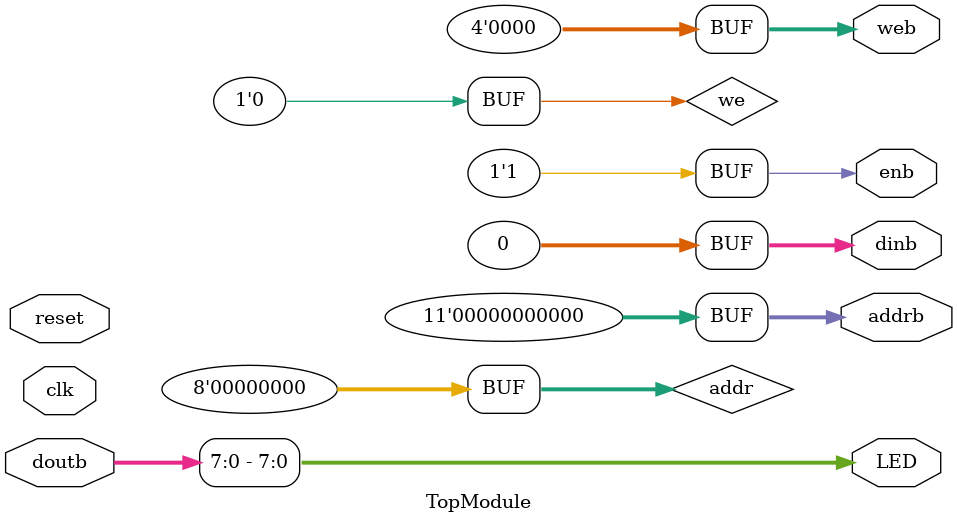
<source format=v>
`timescale 1ns / 1ps
module TopModule(clk,reset,addrb,web,dinb,doutb,enb,LED);

parameter WIDTH = 8;
parameter PIX_W = 28;
parameter PIX_H = 28;
parameter OUTNODE = 10;

input clk;
input reset;
output [10:0] addrb;
output [3:0] web;
output [31:0] dinb;
input [31:0] doutb;
output [7:0] LED;
output enb;

wire [WIDTH*PIX_H*PIX_W-1:0] pic;
wire [$clog2(OUTNODE)-1:0] out;
wire valid, valid_image;
wire [WIDTH*OUTNODE-1:0] out12;
wire finish;
wire getpic;
wire we;
wire [7:0] addr;
wire [1:0] state;
wire getpic_r;

//assign LED[7:4] = {state,getpic_r,getpic};
//assign LED[3:0] = {web,dinb[2:0]};
assign enb = 1;
assign web = {we,we,we,we};
assign addrb = {0,0,0,addr};

assign addr = 0;
assign we = 0;
assign dinb = 0;
assign LED = doutb[7:0];

//image #(.WIDTH(WIDTH),.PIX_W(PIX_W), .PIX_H(PIX_H)) i_imag(.clk(clk), .reset(reset), .we(we), .addr(addr), .din(dinb), .dout(doutb), .image(pic), .valid(valid_image), .getpic(getpic), .state_r(state), .getpic_r(getpic_r));
//dnn_pipe #(.WIDTH(WIDTH), .INNODE(PIX_W*PIX_H), .OUTNODE(OUTNODE)) i_dnn(.clk(clk), .reset(reset), .in(pic), .out(LED[3:0]), .start(valid_image), .valid(valid), .finish(finish), .conti(1'b1), .getinput(getpic));
//SevenSegment i_seg(.clk(clk), .reset(reset), .num(out), .seg(SEG), .valid(valid));

endmodule

</source>
